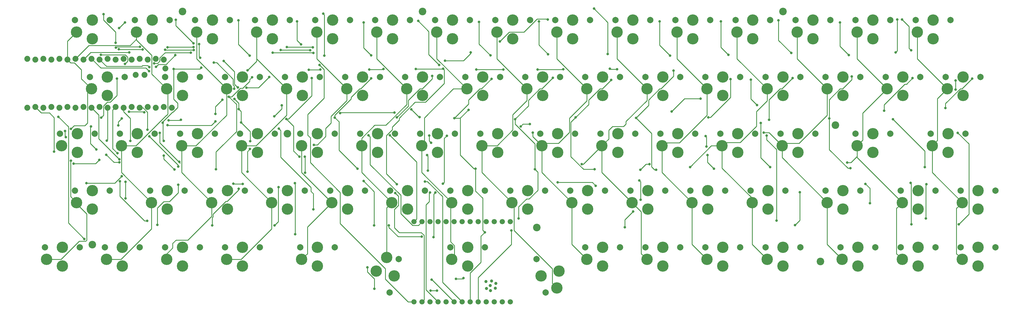
<source format=gtl>
G04 #@! TF.GenerationSoftware,KiCad,Pcbnew,(6.0.2-0)*
G04 #@! TF.CreationDate,2022-07-19T14:21:48+02:00*
G04 #@! TF.ProjectId,choc-keyboard,63686f63-2d6b-4657-9962-6f6172642e6b,rev?*
G04 #@! TF.SameCoordinates,Original*
G04 #@! TF.FileFunction,Copper,L1,Top*
G04 #@! TF.FilePolarity,Positive*
%FSLAX46Y46*%
G04 Gerber Fmt 4.6, Leading zero omitted, Abs format (unit mm)*
G04 Created by KiCad (PCBNEW (6.0.2-0)) date 2022-07-19 14:21:48*
%MOMM*%
%LPD*%
G01*
G04 APERTURE LIST*
G04 #@! TA.AperFunction,ComponentPad*
%ADD10C,2.400000*%
G04 #@! TD*
G04 #@! TA.AperFunction,WasherPad*
%ADD11C,2.000000*%
G04 #@! TD*
G04 #@! TA.AperFunction,ComponentPad*
%ADD12C,3.600000*%
G04 #@! TD*
G04 #@! TA.AperFunction,WasherPad*
%ADD13C,3.600000*%
G04 #@! TD*
G04 #@! TA.AperFunction,ComponentPad*
%ADD14C,1.879600*%
G04 #@! TD*
G04 #@! TA.AperFunction,ComponentPad*
%ADD15C,1.676400*%
G04 #@! TD*
G04 #@! TA.AperFunction,SMDPad,CuDef*
%ADD16C,1.000000*%
G04 #@! TD*
G04 #@! TA.AperFunction,ViaPad*
%ADD17C,0.800000*%
G04 #@! TD*
G04 #@! TA.AperFunction,Conductor*
%ADD18C,0.250000*%
G04 #@! TD*
G04 APERTURE END LIST*
D10*
X61750000Y-54000000D03*
X0Y-89100000D03*
X140600000Y-83700000D03*
X230375000Y-94500000D03*
X235125000Y-51300000D03*
X218500000Y-15299999D03*
X104500000Y-15299999D03*
X28500000Y-15299999D03*
D11*
X89500000Y-18000000D03*
D12*
X95000000Y-23900000D03*
D11*
X100500000Y-18000000D03*
D13*
X95000000Y-18000000D03*
D12*
X90000000Y-21800000D03*
D11*
X-5500000Y-18000000D03*
D12*
X0Y-23900000D03*
D11*
X5500000Y-18000000D03*
D13*
X0Y-18000000D03*
D12*
X-5000000Y-21800000D03*
D13*
X66500000Y-36000000D03*
D11*
X72000000Y-36000000D03*
D12*
X66500000Y-41900000D03*
D11*
X61000000Y-36000000D03*
D12*
X61500000Y-39800000D03*
D13*
X80750000Y-72000000D03*
D11*
X75250000Y-72000000D03*
X86250000Y-72000000D03*
D12*
X80750000Y-77900000D03*
X75750000Y-75800000D03*
D11*
X94076495Y-104312592D03*
D12*
X89801038Y-97472968D03*
D13*
X95500000Y-99000000D03*
D11*
X96923505Y-93687408D03*
D12*
X93123577Y-93186858D03*
D11*
X124250000Y-90000000D03*
D13*
X118750000Y-90000000D03*
D12*
X118750000Y-95900000D03*
D11*
X113250000Y-90000000D03*
D12*
X113750000Y-93800000D03*
X71250000Y-95900000D03*
D13*
X71250000Y-90000000D03*
D11*
X76750000Y-90000000D03*
X65750000Y-90000000D03*
D12*
X66250000Y-93800000D03*
D11*
X148000000Y-36000000D03*
D13*
X142500000Y-36000000D03*
D11*
X137000000Y-36000000D03*
D12*
X142500000Y-41900000D03*
X137500000Y-39800000D03*
D11*
X260500000Y-18000000D03*
D13*
X266000000Y-18000000D03*
D11*
X271500000Y-18000000D03*
D12*
X266000000Y-23900000D03*
X261000000Y-21800000D03*
D11*
X124250000Y-72000000D03*
D13*
X118750000Y-72000000D03*
D12*
X118750000Y-77900000D03*
D11*
X113250000Y-72000000D03*
D12*
X113750000Y-75800000D03*
D11*
X18250000Y-72000000D03*
D12*
X23750000Y-77900000D03*
D11*
X29250000Y-72000000D03*
D13*
X23750000Y-72000000D03*
D12*
X18750000Y-75800000D03*
X228000000Y-23900000D03*
D11*
X222500000Y-18000000D03*
D13*
X228000000Y-18000000D03*
D11*
X233500000Y-18000000D03*
D12*
X223000000Y-21800000D03*
D11*
X213000000Y-36000000D03*
D12*
X218500000Y-41900000D03*
D13*
X218500000Y-36000000D03*
D11*
X224000000Y-36000000D03*
D12*
X213500000Y-39800000D03*
X180500000Y-41900000D03*
D11*
X186000000Y-36000000D03*
D13*
X180500000Y-36000000D03*
D11*
X175000000Y-36000000D03*
D12*
X175500000Y-39800000D03*
X199500000Y-41900000D03*
D13*
X199500000Y-36000000D03*
D11*
X205000000Y-36000000D03*
X194000000Y-36000000D03*
D12*
X194500000Y-39800000D03*
D11*
X247750000Y-90000000D03*
D13*
X242250000Y-90000000D03*
D12*
X242250000Y-95900000D03*
D11*
X236750000Y-90000000D03*
D12*
X237250000Y-93800000D03*
D13*
X90250000Y-54000000D03*
D11*
X84750000Y-54000000D03*
D12*
X90250000Y-59900000D03*
D11*
X95750000Y-54000000D03*
D12*
X85250000Y-57800000D03*
X0Y-77900000D03*
D11*
X-5500000Y-72000000D03*
D13*
X0Y-72000000D03*
D11*
X5500000Y-72000000D03*
D12*
X-5000000Y-75800000D03*
D11*
X34000000Y-36000000D03*
X23000000Y-36000000D03*
D13*
X28500000Y-36000000D03*
D12*
X28500000Y-41900000D03*
X23500000Y-39800000D03*
D11*
X15000000Y-90000000D03*
D12*
X9500000Y-95900000D03*
D13*
X9500000Y-90000000D03*
D11*
X4000000Y-90000000D03*
D12*
X4500000Y-93800000D03*
X14250000Y-59900000D03*
D11*
X8750000Y-54000000D03*
X19750000Y-54000000D03*
D13*
X14250000Y-54000000D03*
D12*
X9250000Y-57800000D03*
D13*
X256500000Y-36000000D03*
D11*
X251000000Y-36000000D03*
X262000000Y-36000000D03*
D12*
X256500000Y-41900000D03*
X251500000Y-39800000D03*
X47500000Y-95900000D03*
D13*
X47500000Y-90000000D03*
D11*
X53000000Y-90000000D03*
X42000000Y-90000000D03*
D12*
X42500000Y-93800000D03*
D11*
X57750000Y-54000000D03*
X46750000Y-54000000D03*
D13*
X52250000Y-54000000D03*
D12*
X52250000Y-59900000D03*
X47250000Y-57800000D03*
D13*
X47500000Y-36000000D03*
D11*
X53000000Y-36000000D03*
X42000000Y-36000000D03*
D12*
X47500000Y-41900000D03*
X42500000Y-39800000D03*
D11*
X252500000Y-54000000D03*
D12*
X247000000Y-59900000D03*
D13*
X247000000Y-54000000D03*
D11*
X241500000Y-54000000D03*
D12*
X242000000Y-57800000D03*
D11*
X108500000Y-18000000D03*
X119500000Y-18000000D03*
D13*
X114000000Y-18000000D03*
D12*
X114000000Y-23900000D03*
X109000000Y-21800000D03*
D13*
X-4750000Y-54000000D03*
D11*
X-10250000Y-54000000D03*
X750000Y-54000000D03*
D12*
X-4750000Y-59900000D03*
X-9750000Y-57800000D03*
D13*
X161500000Y-90000000D03*
D11*
X167000000Y-90000000D03*
D12*
X161500000Y-95900000D03*
D11*
X156000000Y-90000000D03*
D12*
X156500000Y-93800000D03*
D13*
X213750000Y-72000000D03*
D11*
X208250000Y-72000000D03*
X219250000Y-72000000D03*
D12*
X213750000Y-77900000D03*
X208750000Y-75800000D03*
D11*
X265250000Y-54000000D03*
D12*
X270750000Y-59900000D03*
D11*
X276250000Y-54000000D03*
D13*
X270750000Y-54000000D03*
D12*
X265750000Y-57800000D03*
X194750000Y-77900000D03*
D11*
X200250000Y-72000000D03*
X189250000Y-72000000D03*
D13*
X194750000Y-72000000D03*
D12*
X189750000Y-75800000D03*
D11*
X143250000Y-72000000D03*
D12*
X137750000Y-77900000D03*
D11*
X132250000Y-72000000D03*
D13*
X137750000Y-72000000D03*
D12*
X132750000Y-75800000D03*
D14*
X13700000Y-35400000D03*
X-20560000Y-45747000D03*
X-18020000Y-45493000D03*
X-15480000Y-45747000D03*
X-12940000Y-45493000D03*
X-10400000Y-45747000D03*
X-7860000Y-45493000D03*
X-5320000Y-45747000D03*
X-2780000Y-45493000D03*
X-240000Y-45747000D03*
X2300000Y-45493000D03*
X4840000Y-45747000D03*
X7380000Y-45493000D03*
X9920000Y-45747000D03*
X12460000Y-45493000D03*
X15000000Y-45747000D03*
X17540000Y-45493000D03*
X20080000Y-45747000D03*
X22620000Y-45493000D03*
X25160000Y-45747000D03*
X23100000Y-33300000D03*
X22620000Y-30507000D03*
X20080000Y-30253000D03*
X17540000Y-30507000D03*
X15000000Y-30253000D03*
X12460000Y-30507000D03*
X9920000Y-30253000D03*
X7380000Y-30507000D03*
X4840000Y-30253000D03*
X2300000Y-30507000D03*
X-240000Y-30253000D03*
X-2780000Y-30507000D03*
X-5320000Y-30253000D03*
X-7860000Y-30507000D03*
X-10400000Y-30253000D03*
X-12940000Y-30507000D03*
X-15480000Y-30253000D03*
X-18020000Y-30507000D03*
X-20560000Y-30253000D03*
X16500000Y-35400000D03*
D12*
X147698962Y-97472968D03*
D13*
X142000000Y-99000000D03*
D11*
X143423505Y-104312592D03*
X140576495Y-93687408D03*
D12*
X146964613Y-102846117D03*
X261250000Y-77900000D03*
D13*
X261250000Y-72000000D03*
D11*
X266750000Y-72000000D03*
X255750000Y-72000000D03*
D12*
X256250000Y-75800000D03*
D11*
X186000000Y-90000000D03*
X175000000Y-90000000D03*
D13*
X180500000Y-90000000D03*
D12*
X180500000Y-95900000D03*
X175500000Y-93800000D03*
X204250000Y-59900000D03*
D13*
X204250000Y-54000000D03*
D11*
X198750000Y-54000000D03*
X209750000Y-54000000D03*
D12*
X199250000Y-57800000D03*
D13*
X223250000Y-54000000D03*
D11*
X217750000Y-54000000D03*
X228750000Y-54000000D03*
D12*
X223250000Y-59900000D03*
X218250000Y-57800000D03*
X57000000Y-23900000D03*
D11*
X62500000Y-18000000D03*
X51500000Y-18000000D03*
D13*
X57000000Y-18000000D03*
D12*
X52000000Y-21800000D03*
D11*
X129000000Y-36000000D03*
X118000000Y-36000000D03*
D12*
X123500000Y-41900000D03*
D13*
X123500000Y-36000000D03*
D12*
X118500000Y-39800000D03*
D13*
X33250000Y-54000000D03*
D11*
X27750000Y-54000000D03*
D12*
X33250000Y-59900000D03*
D11*
X38750000Y-54000000D03*
D12*
X28250000Y-57800000D03*
D13*
X99750000Y-72000000D03*
D11*
X105250000Y-72000000D03*
X94250000Y-72000000D03*
D12*
X99750000Y-77900000D03*
X94750000Y-75800000D03*
D11*
X133750000Y-54000000D03*
D13*
X128250000Y-54000000D03*
D12*
X128250000Y-59900000D03*
D11*
X122750000Y-54000000D03*
D12*
X123250000Y-57800000D03*
D13*
X19000000Y-18000000D03*
D11*
X13500000Y-18000000D03*
X24500000Y-18000000D03*
D12*
X19000000Y-23900000D03*
X14000000Y-21800000D03*
X166250000Y-59900000D03*
D11*
X171750000Y-54000000D03*
D13*
X166250000Y-54000000D03*
D11*
X160750000Y-54000000D03*
D12*
X161250000Y-57800000D03*
X147250000Y-59900000D03*
D11*
X141750000Y-54000000D03*
D13*
X147250000Y-54000000D03*
D11*
X152750000Y-54000000D03*
D12*
X142250000Y-57800000D03*
X28500000Y-95900000D03*
D13*
X28500000Y-90000000D03*
D11*
X23000000Y-90000000D03*
X34000000Y-90000000D03*
D12*
X23500000Y-93800000D03*
D13*
X199500000Y-90000000D03*
D11*
X205000000Y-90000000D03*
D12*
X199500000Y-95900000D03*
D11*
X194000000Y-90000000D03*
D12*
X194500000Y-93800000D03*
X76000000Y-23900000D03*
D11*
X70500000Y-18000000D03*
X81500000Y-18000000D03*
D13*
X76000000Y-18000000D03*
D12*
X71000000Y-21800000D03*
D13*
X209000000Y-18000000D03*
D11*
X203500000Y-18000000D03*
D12*
X209000000Y-23900000D03*
D11*
X214500000Y-18000000D03*
D12*
X204000000Y-21800000D03*
X4750000Y-41900000D03*
D11*
X-750000Y-36000000D03*
X10250000Y-36000000D03*
D13*
X4750000Y-36000000D03*
D12*
X-250000Y-39800000D03*
D13*
X42750000Y-72000000D03*
D11*
X48250000Y-72000000D03*
D12*
X42750000Y-77900000D03*
D11*
X37250000Y-72000000D03*
D12*
X37750000Y-75800000D03*
D13*
X85500000Y-36000000D03*
D11*
X80000000Y-36000000D03*
D12*
X85500000Y-41900000D03*
D11*
X91000000Y-36000000D03*
D12*
X80500000Y-39800000D03*
D11*
X157500000Y-18000000D03*
D13*
X152000000Y-18000000D03*
D12*
X152000000Y-23900000D03*
D11*
X146500000Y-18000000D03*
D12*
X147000000Y-21800000D03*
D11*
X184500000Y-18000000D03*
D13*
X190000000Y-18000000D03*
D12*
X190000000Y-23900000D03*
D11*
X195500000Y-18000000D03*
D12*
X185000000Y-21800000D03*
D11*
X167000000Y-36000000D03*
D13*
X161500000Y-36000000D03*
D12*
X161500000Y-41900000D03*
D11*
X156000000Y-36000000D03*
D12*
X156500000Y-39800000D03*
D13*
X185250000Y-54000000D03*
D11*
X190750000Y-54000000D03*
X179750000Y-54000000D03*
D12*
X185250000Y-59900000D03*
X180250000Y-57800000D03*
D11*
X252500000Y-18000000D03*
X241500000Y-18000000D03*
D12*
X247000000Y-23900000D03*
D13*
X247000000Y-18000000D03*
D12*
X242000000Y-21800000D03*
D11*
X274750000Y-72000000D03*
D12*
X280250000Y-77900000D03*
D11*
X285750000Y-72000000D03*
D13*
X280250000Y-72000000D03*
D12*
X275250000Y-75800000D03*
D11*
X213000000Y-90000000D03*
X224000000Y-90000000D03*
D13*
X218500000Y-90000000D03*
D12*
X218500000Y-95900000D03*
X213500000Y-93800000D03*
X237500000Y-77900000D03*
D13*
X237500000Y-72000000D03*
D11*
X243000000Y-72000000D03*
X232000000Y-72000000D03*
D12*
X232500000Y-75800000D03*
D13*
X-9500000Y-90000000D03*
D11*
X-4000000Y-90000000D03*
X-15000000Y-90000000D03*
D12*
X-9500000Y-95900000D03*
X-14500000Y-93800000D03*
D11*
X274750000Y-90000000D03*
D13*
X280250000Y-90000000D03*
D12*
X280250000Y-95900000D03*
D11*
X285750000Y-90000000D03*
D12*
X275250000Y-93800000D03*
D13*
X71250000Y-54000000D03*
D12*
X71250000Y-59900000D03*
D11*
X76750000Y-54000000D03*
X65750000Y-54000000D03*
D12*
X66250000Y-57800000D03*
D13*
X171000000Y-18000000D03*
D12*
X171000000Y-23900000D03*
D11*
X165500000Y-18000000D03*
X176500000Y-18000000D03*
D12*
X166000000Y-21800000D03*
X104500000Y-41900000D03*
D11*
X99000000Y-36000000D03*
X110000000Y-36000000D03*
D13*
X104500000Y-36000000D03*
D12*
X99500000Y-39800000D03*
X237500000Y-41900000D03*
D13*
X237500000Y-36000000D03*
D11*
X232000000Y-36000000D03*
X243000000Y-36000000D03*
D12*
X232500000Y-39800000D03*
D11*
X138500000Y-18000000D03*
X127500000Y-18000000D03*
D13*
X133000000Y-18000000D03*
D12*
X133000000Y-23900000D03*
X128000000Y-21800000D03*
D11*
X67250000Y-72000000D03*
D12*
X61750000Y-77900000D03*
D11*
X56250000Y-72000000D03*
D13*
X61750000Y-72000000D03*
D12*
X56750000Y-75800000D03*
D11*
X170250000Y-72000000D03*
X181250000Y-72000000D03*
D12*
X175750000Y-77900000D03*
D13*
X175750000Y-72000000D03*
D12*
X170750000Y-75800000D03*
D11*
X281000000Y-36000000D03*
D12*
X275500000Y-41900000D03*
D13*
X275500000Y-36000000D03*
D11*
X270000000Y-36000000D03*
D12*
X270500000Y-39800000D03*
D13*
X109250000Y-54000000D03*
D11*
X103750000Y-54000000D03*
X114750000Y-54000000D03*
D12*
X109250000Y-59900000D03*
X104250000Y-57800000D03*
X261250000Y-95900000D03*
D11*
X255750000Y-90000000D03*
D13*
X261250000Y-90000000D03*
D11*
X266750000Y-90000000D03*
D12*
X256250000Y-93800000D03*
X156750000Y-77900000D03*
D11*
X151250000Y-72000000D03*
X162250000Y-72000000D03*
D13*
X156750000Y-72000000D03*
D12*
X151750000Y-75800000D03*
D15*
X101810000Y-107270000D03*
X104350000Y-107270000D03*
X106890000Y-107270000D03*
X109430000Y-107270000D03*
X111970000Y-107270000D03*
X114510000Y-107270000D03*
X117050000Y-107270000D03*
X119590000Y-107270000D03*
X122130000Y-107270000D03*
X124670000Y-107270000D03*
X127210000Y-107270000D03*
X129750000Y-107270000D03*
X132290000Y-107270000D03*
X101810000Y-81870000D03*
X104350000Y-81870000D03*
X106890000Y-81870000D03*
X109430000Y-81870000D03*
X111970000Y-81870000D03*
X114510000Y-81870000D03*
X117050000Y-81870000D03*
X119590000Y-81870000D03*
X122130000Y-81870000D03*
X124670000Y-81870000D03*
X127210000Y-81870000D03*
X129750000Y-81870000D03*
X132290000Y-81870000D03*
D16*
X127660000Y-101440000D03*
X127500000Y-102900000D03*
X124700000Y-103000000D03*
X126320000Y-100650000D03*
X125930000Y-102060000D03*
X124570000Y-100810000D03*
X125980000Y-103660000D03*
D13*
X38000000Y-18000000D03*
D12*
X38000000Y-23900000D03*
D11*
X43500000Y-18000000D03*
X32500000Y-18000000D03*
D12*
X33000000Y-21800000D03*
D17*
X-6770000Y-62500000D03*
X-6761855Y-52474500D03*
X172070000Y-48990000D03*
X87660000Y-33640000D03*
X72160000Y-33680000D03*
X163750000Y-33450000D03*
X22650000Y-60930000D03*
X121490000Y-33660000D03*
X96330000Y-69970000D03*
X140910000Y-33710000D03*
X25720000Y-33540000D03*
X111030000Y-33410000D03*
X20600000Y-82880000D03*
X179460000Y-18470000D03*
X48748442Y-39446157D03*
X130030000Y-33660000D03*
X7410000Y-25240000D03*
X55990000Y-36040000D03*
X102390000Y-33460000D03*
X95870000Y-72790000D03*
X22650000Y-56290000D03*
X182770000Y-29270000D03*
X166000000Y-33620000D03*
X46036246Y-39334643D03*
X27180000Y-70140000D03*
X34500000Y-33050000D03*
X183910000Y-33970000D03*
X178400000Y-65450000D03*
X22301155Y-50555500D03*
X68460000Y-33730000D03*
X3590000Y-16150000D03*
X25960000Y-65310000D03*
X41580000Y-30950000D03*
X92120000Y-33520000D03*
X149040000Y-33610000D03*
X1250000Y-58950000D03*
X152930000Y-48830000D03*
X73050000Y-16010000D03*
X163060000Y-28760000D03*
X2700000Y-28974500D03*
X73450000Y-29280000D03*
X158730173Y-14400020D03*
X71887701Y-32212299D03*
X10350000Y-18790000D03*
X7760000Y-36520000D03*
X8510000Y-20570000D03*
X164190000Y-36960989D03*
X-380000Y-51670000D03*
X158910000Y-65270000D03*
X2800000Y-48900000D03*
X10300000Y-31930000D03*
X-8380000Y-55050000D03*
X-8640000Y-53110000D03*
X27990000Y-49580000D03*
X196710000Y-65110000D03*
X201900000Y-36690000D03*
X138410000Y-50950000D03*
X108520000Y-72630000D03*
X33750000Y-25650000D03*
X57590000Y-48490000D03*
X194030000Y-54780000D03*
X37940000Y-83004011D03*
X34110000Y-29930000D03*
X46324500Y-46206578D03*
X112190000Y-54650000D03*
X201230000Y-29010000D03*
X24120000Y-49760000D03*
X49974800Y-56399989D03*
X38450000Y-31505500D03*
X198880000Y-18410000D03*
X100920000Y-46260000D03*
X49080000Y-65990000D03*
X46290000Y-71410000D03*
X32020000Y-25400000D03*
X59980000Y-45022500D03*
X44980000Y-43000000D03*
X26410000Y-17960000D03*
X194300500Y-58040000D03*
X135530000Y-51680000D03*
X49900000Y-58810000D03*
X110950000Y-69860000D03*
X107950000Y-86760000D03*
X9300000Y-49200000D03*
X47040000Y-50400000D03*
X11570000Y-47030000D03*
X103540000Y-48760000D03*
X194872893Y-48831705D03*
X8200000Y-51400000D03*
X194610000Y-60760000D03*
X16460000Y-47220000D03*
X44915945Y-39790514D03*
X2170000Y-62250000D03*
X-5920000Y-63430000D03*
X-12080000Y-59649500D03*
X221550000Y-36400000D03*
X43224500Y-42290000D03*
X221130000Y-28450000D03*
X44660000Y-69830000D03*
X58970000Y-70880000D03*
X214140000Y-49560000D03*
X47610000Y-69930000D03*
X-1840000Y-69650000D03*
X50510000Y-36120000D03*
X46230000Y-18130000D03*
X214430000Y-64530000D03*
X9290000Y-67450000D03*
X106820000Y-72630000D03*
X41130000Y-43260000D03*
X49770000Y-29230000D03*
X147280000Y-69430000D03*
X211470000Y-50610000D03*
X159290000Y-70480000D03*
X38940000Y-47690000D03*
X217100000Y-18100000D03*
X57700000Y-83004011D03*
X39150000Y-65210000D03*
X89280000Y-103130000D03*
X-2520000Y-87310000D03*
X115080000Y-99980000D03*
X109080000Y-103650000D03*
X-10710000Y-48640000D03*
X117450000Y-99750000D03*
X87070000Y-96320000D03*
X107050000Y-103710000D03*
X236570000Y-18730000D03*
X67340000Y-66350000D03*
X64070000Y-69650000D03*
X240270000Y-35890000D03*
X69460000Y-36350000D03*
X64800000Y-18390000D03*
X67210000Y-61300011D03*
X246010000Y-75970000D03*
X65500000Y-61300011D03*
X239830000Y-64950000D03*
X66020000Y-25670000D03*
X61380000Y-49310000D03*
X233170000Y-49160000D03*
X239320000Y-29070000D03*
X244630000Y-69870000D03*
X64160000Y-85860000D03*
X11690000Y-28250000D03*
X17920000Y-34140000D03*
X49140000Y-33930000D03*
X20120000Y-32860000D03*
X26290000Y-29130000D03*
X70080000Y-57540000D03*
X18005401Y-32896278D03*
X76750000Y-48870000D03*
X88210000Y-36500000D03*
X250560000Y-46710000D03*
X263370000Y-64550000D03*
X263720000Y-80840000D03*
X89170000Y-83004011D03*
X263920000Y-70010000D03*
X104270000Y-86600000D03*
X259510000Y-36420000D03*
X259090000Y-27610000D03*
X107328211Y-100205853D03*
X83940000Y-65100000D03*
X253320000Y-49450000D03*
X128950000Y-24750000D03*
X93848077Y-83004011D03*
X144130000Y-17820000D03*
X85820000Y-69000000D03*
X85840000Y-18730000D03*
X88250000Y-29200000D03*
X256240000Y-17820000D03*
X69810000Y-26640000D03*
X23820000Y-26630000D03*
X7470000Y-26749011D03*
X32020000Y-26530000D03*
X15109909Y-26480091D03*
X61560000Y-26590000D03*
X106180000Y-65640000D03*
X213370000Y-54540000D03*
X103130000Y-18280000D03*
X105210000Y-69130000D03*
X216470000Y-81530000D03*
X210300000Y-44900000D03*
X119748921Y-28225500D03*
X106570000Y-54600000D03*
X273100000Y-40000000D03*
X254670000Y-17860000D03*
X96392299Y-48852299D03*
X107172736Y-56867335D03*
X273160000Y-37180000D03*
X107540000Y-35720000D03*
X111620000Y-30880000D03*
X208340000Y-36880000D03*
X109750000Y-32240000D03*
X105910000Y-60770000D03*
X254210000Y-28210000D03*
X15919909Y-27354500D03*
X23010000Y-27430000D03*
X32130000Y-27530000D03*
X59610000Y-27530000D03*
X68930000Y-27580000D03*
X8419997Y-27274595D03*
X122360000Y-18610000D03*
X269950000Y-45900000D03*
X124170000Y-85200000D03*
X273840000Y-53710000D03*
X121280000Y-65070000D03*
X278390000Y-36517409D03*
X119020000Y-46430000D03*
X114587299Y-49047299D03*
X125980000Y-29210000D03*
X183290000Y-46960000D03*
X274149979Y-82670000D03*
X126290000Y-36590000D03*
X192420000Y-42890000D03*
X31130000Y-28300000D03*
X69970000Y-28400000D03*
X19540189Y-31710000D03*
X57030000Y-28350000D03*
X144230000Y-28860000D03*
X141270000Y-18410000D03*
X258920000Y-69590000D03*
X171150000Y-78590000D03*
X133774500Y-49430000D03*
X223860000Y-72490000D03*
X173050000Y-68765500D03*
X176250000Y-63644500D03*
X140030000Y-65270000D03*
X132610000Y-84650000D03*
X134900572Y-80855876D03*
X222350000Y-82930000D03*
X173450000Y-74910000D03*
X259190000Y-82720000D03*
X145740000Y-36310000D03*
X168460000Y-83640000D03*
X173360000Y-65450000D03*
X23810000Y-51280000D03*
X38970000Y-50070000D03*
X95610000Y-47310000D03*
X139350000Y-53640000D03*
X78407568Y-47490229D03*
X4577469Y-56172418D03*
X8525500Y-63079503D03*
X4430000Y-60660000D03*
X154820000Y-63644500D03*
X17320000Y-81550000D03*
X8712299Y-69052299D03*
X7940000Y-60190000D03*
X18047299Y-54797299D03*
X189140000Y-64530000D03*
X17469610Y-52689609D03*
X27200000Y-64369000D03*
X212430000Y-53650000D03*
X21380000Y-53720000D03*
X238810000Y-63140000D03*
X27525500Y-62920000D03*
X8525500Y-62080000D03*
X94175152Y-54485152D03*
X87370000Y-54470000D03*
X10480000Y-74450000D03*
X10540000Y-69190000D03*
X12010000Y-56240000D03*
X69910000Y-77920000D03*
X58980000Y-52350000D03*
D18*
X-4154511Y-88034511D02*
X-3524511Y-88034511D01*
X-3440000Y-33750000D02*
X-3440000Y-36610000D01*
X-6761855Y-52474500D02*
X-6761855Y-52431855D01*
X-6761855Y-52431855D02*
X-5780000Y-51450000D01*
X-1795489Y-87755489D02*
X-1795489Y-79414511D01*
X-3440000Y-36610000D02*
X-250000Y-39800000D01*
X-6874511Y-73925489D02*
X-6874511Y-62604511D01*
X-5000000Y-75800000D02*
X-6874511Y-73925489D01*
X-1504311Y-41054311D02*
X-1504311Y-50595689D01*
X-250000Y-39800000D02*
X-1504311Y-41054311D01*
X-5000000Y-76210000D02*
X-5000000Y-75800000D01*
X-2074511Y-88034511D02*
X-1795489Y-87755489D01*
X-1795489Y-79414511D02*
X-5000000Y-76210000D01*
X-5780000Y-51450000D02*
X-2358622Y-51450000D01*
X-2358622Y-51450000D02*
X-1504311Y-50595689D01*
X-7860000Y-30507000D02*
X-7860000Y-24660000D01*
X-7860000Y-24660000D02*
X-5000000Y-21800000D01*
X-6874511Y-62604511D02*
X-6770000Y-62500000D01*
X-5672689Y-31517311D02*
X-3440000Y-33750000D01*
X-3524511Y-88034511D02*
X-2074511Y-88034511D01*
X-7860000Y-30507000D02*
X-6849689Y-31517311D01*
X-9920000Y-93800000D02*
X-4154511Y-88034511D01*
X-14500000Y-93800000D02*
X-9920000Y-93800000D01*
X-6849689Y-31517311D02*
X-5672689Y-31517311D01*
X172070000Y-48990000D02*
X176974511Y-53894511D01*
X94874990Y-51880714D02*
X97104511Y-49651193D01*
X45753734Y-39096266D02*
X45854280Y-39196812D01*
X111357141Y-33737141D02*
X111030000Y-33410000D01*
X183910000Y-33970000D02*
X183910000Y-35760000D01*
X52583843Y-39446157D02*
X48748442Y-39446157D01*
X95630002Y-83790002D02*
X95630002Y-77924511D01*
X179534511Y-39775489D02*
X176030000Y-43280000D01*
X92000000Y-33640000D02*
X92120000Y-33520000D01*
X3590000Y-16150000D02*
X3590000Y-17981378D01*
X104078002Y-85281020D02*
X97121020Y-85281020D01*
X45000000Y-38342532D02*
X45753734Y-39096266D01*
X140910000Y-33710000D02*
X148940000Y-33710000D01*
X72110000Y-33730000D02*
X72160000Y-33680000D01*
X96330000Y-69970000D02*
X93015489Y-66655489D01*
X22650000Y-62000000D02*
X25960000Y-65310000D01*
X87660000Y-33640000D02*
X92000000Y-33640000D01*
X25720000Y-43090000D02*
X26990000Y-44360000D01*
X104350000Y-107270000D02*
X104994511Y-106625489D01*
X93015489Y-66655489D02*
X93015489Y-54620215D01*
X3575689Y-17995689D02*
X7410000Y-21830000D01*
X22650000Y-56290000D02*
X22340000Y-55980000D01*
X22340000Y-55980000D02*
X22340000Y-50594345D01*
X176974511Y-53894511D02*
X176974511Y-64494511D01*
X102390000Y-33460000D02*
X110980000Y-33460000D01*
X96874511Y-76680002D02*
X96874511Y-73794511D01*
X25720000Y-33540000D02*
X34010000Y-33540000D01*
X34010000Y-33540000D02*
X34500000Y-33050000D01*
X166000000Y-33620000D02*
X163920000Y-33620000D01*
X102130875Y-44024511D02*
X105380002Y-44024511D01*
X176974511Y-64494511D02*
X177930000Y-65450000D01*
X45797869Y-39096266D02*
X46036246Y-39334643D01*
X104994511Y-86197529D02*
X104078002Y-85281020D01*
X96874511Y-73794511D02*
X95870000Y-72790000D01*
X25430000Y-47140000D02*
X22301155Y-50268845D01*
X24350000Y-75490000D02*
X22650000Y-75490000D01*
X22301155Y-50268845D02*
X22301155Y-50555500D01*
X27180000Y-70140000D02*
X27180000Y-72660000D01*
X177930000Y-65450000D02*
X178400000Y-65450000D01*
X22650000Y-60930000D02*
X22650000Y-62000000D01*
X105380002Y-44024511D02*
X111357141Y-38047372D01*
X94874990Y-52760714D02*
X94874990Y-51880714D01*
X183910000Y-35760000D02*
X179894511Y-39775489D01*
X97104511Y-49050875D02*
X102130875Y-44024511D01*
X27180000Y-72660000D02*
X24350000Y-75490000D01*
X163920000Y-33620000D02*
X163750000Y-33450000D01*
X26990000Y-45705007D02*
X25555007Y-47140000D01*
X179460000Y-25960000D02*
X182770000Y-29270000D01*
X104994511Y-106625489D02*
X104994511Y-86197529D01*
X110980000Y-33460000D02*
X111030000Y-33410000D01*
X20600000Y-77540000D02*
X20600000Y-82880000D01*
X97121020Y-85281020D02*
X95630002Y-83790002D01*
X121490000Y-33660000D02*
X130030000Y-33660000D01*
X176030000Y-45030000D02*
X172070000Y-48990000D01*
X55990000Y-36040000D02*
X52583843Y-39446157D01*
X68460000Y-33730000D02*
X72110000Y-33730000D01*
X179894511Y-39775489D02*
X179534511Y-39775489D01*
X45753734Y-39096266D02*
X45797869Y-39096266D01*
X25555007Y-47140000D02*
X25430000Y-47140000D01*
X26990000Y-44360000D02*
X26990000Y-45705007D01*
X148940000Y-33710000D02*
X149040000Y-33610000D01*
X25720000Y-33540000D02*
X25720000Y-43090000D01*
X22650000Y-75490000D02*
X20600000Y-77540000D01*
X45000000Y-34370000D02*
X45000000Y-38342532D01*
X93015489Y-54620215D02*
X94874990Y-52760714D01*
X111357141Y-38047372D02*
X111357141Y-33737141D01*
X95630002Y-77924511D02*
X96874511Y-76680002D01*
X176030000Y-43280000D02*
X176030000Y-45030000D01*
X97104511Y-49651193D02*
X97104511Y-49050875D01*
X179460000Y-18470000D02*
X179460000Y-25960000D01*
X3590000Y-17981378D02*
X3575689Y-17995689D01*
X41580000Y-30950000D02*
X45000000Y-34370000D01*
X22340000Y-50594345D02*
X22301155Y-50555500D01*
X7410000Y-21830000D02*
X7410000Y-25240000D01*
X11195689Y-29740682D02*
X10429507Y-28974500D01*
X4774482Y-44024511D02*
X5645489Y-44024511D01*
X163060000Y-28760000D02*
X163060000Y-18729847D01*
X68194809Y-47875191D02*
X73324521Y-42745479D01*
X73450000Y-29280000D02*
X73450000Y-16410000D01*
X-574521Y-57125479D02*
X-574521Y-51864521D01*
X157040000Y-44720000D02*
X152930000Y-48830000D01*
X151425479Y-50334521D02*
X151425479Y-61274593D01*
X10300000Y-31930000D02*
X11195689Y-31034311D01*
X92710000Y-96720000D02*
X78400000Y-82410000D01*
X7760000Y-41910000D02*
X7760000Y-36520000D01*
X3575689Y-45223304D02*
X3575689Y-48124311D01*
X161375500Y-39775489D02*
X160619998Y-39775489D01*
X68990369Y-63174186D02*
X68990369Y-55300369D01*
X8510000Y-20570000D02*
X10290000Y-18790000D01*
X-574521Y-51864521D02*
X-380000Y-51670000D01*
X101810000Y-107270000D02*
X99930000Y-107270000D01*
X73450000Y-16410000D02*
X73050000Y-16010000D01*
X3575689Y-45223304D02*
X4774482Y-44024511D01*
X151425479Y-61274593D02*
X155420886Y-65270000D01*
X73324521Y-42745479D02*
X73324521Y-33649119D01*
X164190000Y-36960989D02*
X161375500Y-39775489D01*
X155420886Y-65270000D02*
X158910000Y-65270000D01*
X3575689Y-48124311D02*
X2800000Y-48900000D01*
X5645489Y-44024511D02*
X7760000Y-41910000D01*
X68990369Y-55300369D02*
X68194809Y-54504809D01*
X11195689Y-31034311D02*
X11195689Y-29740682D01*
X78400000Y-72583817D02*
X68990369Y-63174186D01*
X157040000Y-43355487D02*
X157040000Y-44720000D01*
X10429507Y-28974500D02*
X2700000Y-28974500D01*
X78400000Y-82410000D02*
X78400000Y-72583817D01*
X160619998Y-39775489D02*
X157040000Y-43355487D01*
X10290000Y-18790000D02*
X10350000Y-18790000D01*
X1250000Y-58950000D02*
X-574521Y-57125479D01*
X92710000Y-100050000D02*
X92710000Y-96720000D01*
X73324521Y-33649119D02*
X71887701Y-32212299D01*
X99930000Y-107270000D02*
X92710000Y-100050000D01*
X68194809Y-54504809D02*
X68194809Y-47875191D01*
X152930000Y-48830000D02*
X151425479Y-50334521D01*
X163060000Y-18729847D02*
X158730173Y-14400020D01*
X-8640000Y-53110000D02*
X-8640000Y-54790000D01*
X-8640000Y-54790000D02*
X-8380000Y-55050000D01*
X49974800Y-53334800D02*
X49974800Y-56399989D01*
X44980000Y-43000000D02*
X46324500Y-44344500D01*
X194610000Y-60760000D02*
X194610000Y-63010000D01*
X59980000Y-46100000D02*
X57590000Y-48490000D01*
X38199510Y-79445977D02*
X38199510Y-80356194D01*
X33750000Y-29570000D02*
X34110000Y-29930000D01*
X38450000Y-31505500D02*
X39378657Y-31505500D01*
X135530000Y-51680000D02*
X136260000Y-50950000D01*
X37940000Y-80615704D02*
X37940000Y-83004011D01*
X201900000Y-42504513D02*
X195572808Y-48831705D01*
X136260000Y-50950000D02*
X138410000Y-50950000D01*
X103420000Y-48760000D02*
X103540000Y-48760000D01*
X38199510Y-80356194D02*
X37940000Y-80615704D01*
X26410000Y-17960000D02*
X26410000Y-19790000D01*
X39378657Y-31505500D02*
X44550489Y-36677332D01*
X198880000Y-18410000D02*
X198880000Y-26660000D01*
X33750000Y-25650000D02*
X33750000Y-29570000D01*
X47040000Y-50400000D02*
X49974800Y-53334800D01*
X201900000Y-36690000D02*
X201900000Y-42504513D01*
X100920000Y-46260000D02*
X103420000Y-48760000D01*
X44915945Y-38894181D02*
X44915945Y-39790514D01*
X195572808Y-48831705D02*
X194872893Y-48831705D01*
X111374511Y-55465489D02*
X112190000Y-54650000D01*
X108052711Y-86657289D02*
X108052711Y-73097289D01*
X8200000Y-51400000D02*
X8200000Y-50300000D01*
X46290000Y-71760000D02*
X42635000Y-75415000D01*
X111374511Y-69435489D02*
X111374511Y-55465489D01*
X24120000Y-49760000D02*
X27810000Y-49760000D01*
X194610000Y-63010000D02*
X196710000Y-65110000D01*
X198880000Y-26660000D02*
X201230000Y-29010000D01*
X11570000Y-47030000D02*
X16270000Y-47030000D01*
X42230487Y-75415000D02*
X38199510Y-79445977D01*
X110950000Y-69860000D02*
X111374511Y-69435489D01*
X16270000Y-47030000D02*
X16460000Y-47220000D01*
X194300500Y-55050500D02*
X194300500Y-58040000D01*
X8200000Y-50300000D02*
X9300000Y-49200000D01*
X44550490Y-38528726D02*
X44915945Y-38894181D01*
X46324500Y-44344500D02*
X46324500Y-46206578D01*
X26410000Y-19790000D02*
X32020000Y-25400000D01*
X47040000Y-46922078D02*
X46324500Y-46206578D01*
X59980000Y-45022500D02*
X59980000Y-46100000D01*
X107950000Y-86760000D02*
X108052711Y-86657289D01*
X46290000Y-71410000D02*
X46290000Y-71760000D01*
X49080000Y-59630000D02*
X49900000Y-58810000D01*
X194030000Y-54780000D02*
X194300500Y-55050500D01*
X27810000Y-49760000D02*
X27990000Y-49580000D01*
X49080000Y-65990000D02*
X49080000Y-59630000D01*
X108052711Y-73097289D02*
X108520000Y-72630000D01*
X44550489Y-36677332D02*
X44550490Y-38528726D01*
X47040000Y-50400000D02*
X47040000Y-46922078D01*
X42635000Y-75415000D02*
X42230487Y-75415000D01*
X-16133000Y-47380000D02*
X-18020000Y-45493000D01*
X-12080000Y-48870000D02*
X-13570000Y-47380000D01*
X-12080000Y-59649500D02*
X-12080000Y-48870000D01*
X-13570000Y-47380000D02*
X-16133000Y-47380000D01*
X990000Y-63430000D02*
X-5920000Y-63430000D01*
X2170000Y-62250000D02*
X990000Y-63430000D01*
X106820000Y-72440000D02*
X106820000Y-72630000D01*
X38940000Y-45450000D02*
X41130000Y-43260000D01*
X-1840000Y-69650000D02*
X7090000Y-69650000D01*
X40920000Y-57956843D02*
X39150000Y-59726843D01*
X44105487Y-42290000D02*
X46197744Y-40197744D01*
X217100000Y-24420000D02*
X221130000Y-28450000D01*
X40920000Y-57956843D02*
X45600000Y-53276843D01*
X47560000Y-39610000D02*
X46785487Y-39610000D01*
X45600000Y-53276843D02*
X45600000Y-44665500D01*
X49790000Y-37380000D02*
X47560000Y-39610000D01*
X211470000Y-61570000D02*
X211470000Y-50610000D01*
X218174511Y-39775489D02*
X217619998Y-39775489D01*
X49790000Y-36840000D02*
X49790000Y-37380000D01*
X43224500Y-42290000D02*
X44105487Y-42290000D01*
X46230000Y-25690000D02*
X49770000Y-29230000D01*
X58970000Y-70880000D02*
X58874511Y-70975489D01*
X109430000Y-107270000D02*
X105560000Y-103400000D01*
X47610000Y-69930000D02*
X44760000Y-69930000D01*
X50510000Y-36120000D02*
X49790000Y-36840000D01*
X45600000Y-44665500D02*
X43224500Y-42290000D01*
X39150000Y-59726843D02*
X39150000Y-65210000D01*
X105560000Y-76469042D02*
X106574521Y-75454521D01*
X159290000Y-70480000D02*
X158240000Y-69430000D01*
X38940000Y-47690000D02*
X38940000Y-45450000D01*
X105560000Y-103400000D02*
X105560000Y-76469042D01*
X7090000Y-69650000D02*
X9290000Y-67450000D01*
X217619998Y-39775489D02*
X214140000Y-43255487D01*
X46230000Y-18130000D02*
X46230000Y-25690000D01*
X106574521Y-72545479D02*
X106750000Y-72370000D01*
X44760000Y-69930000D02*
X44660000Y-69830000D01*
X106574521Y-75454521D02*
X106574521Y-72545479D01*
X46785487Y-39610000D02*
X46197744Y-40197744D01*
X106750000Y-72370000D02*
X106820000Y-72440000D01*
X158240000Y-69430000D02*
X147280000Y-69430000D01*
X58874511Y-70975489D02*
X58874511Y-81829500D01*
X217100000Y-18100000D02*
X217100000Y-24420000D01*
X214140000Y-43255487D02*
X214140000Y-49560000D01*
X58874511Y-81829500D02*
X57700000Y-83004011D01*
X214430000Y-64530000D02*
X211470000Y-61570000D01*
X221550000Y-36400000D02*
X218174511Y-39775489D01*
X87070000Y-97746443D02*
X89280000Y-99956443D01*
X87070000Y-96320000D02*
X87070000Y-97746443D01*
X107050000Y-103710000D02*
X109020000Y-103710000D01*
X-7554341Y-51795659D02*
X-7554341Y-82275659D01*
X117220000Y-99980000D02*
X117450000Y-99750000D01*
X-10710000Y-48640000D02*
X-7554341Y-51795659D01*
X89280000Y-99956443D02*
X89280000Y-103130000D01*
X-7554341Y-82275659D02*
X-2520000Y-87310000D01*
X115080000Y-99980000D02*
X117220000Y-99980000D01*
X109020000Y-103710000D02*
X109080000Y-103650000D01*
X236570000Y-26320000D02*
X239320000Y-29070000D01*
X237374511Y-39775489D02*
X236594511Y-39775489D01*
X233170000Y-59060000D02*
X239060000Y-64950000D01*
X64800000Y-18390000D02*
X64800000Y-24450000D01*
X64160000Y-69740000D02*
X64070000Y-69650000D01*
X233170000Y-59060000D02*
X233170000Y-49160000D01*
X64800000Y-24450000D02*
X66020000Y-25670000D01*
X246010000Y-71250000D02*
X244630000Y-69870000D01*
X63684977Y-59484988D02*
X65500000Y-61300011D01*
X63684977Y-51614977D02*
X63684977Y-59484988D01*
X236570000Y-18730000D02*
X236570000Y-26320000D01*
X67210000Y-61300011D02*
X67340000Y-61430011D01*
X62094513Y-49310000D02*
X61380000Y-49310000D01*
X69460000Y-41944513D02*
X62094513Y-49310000D01*
X61380000Y-49310000D02*
X63684977Y-51614977D01*
X233170000Y-43200000D02*
X233170000Y-49160000D01*
X236594511Y-39775489D02*
X233170000Y-43200000D01*
X240270000Y-35890000D02*
X240270000Y-36880000D01*
X67340000Y-61430011D02*
X67340000Y-66350000D01*
X239060000Y-64950000D02*
X239830000Y-64950000D01*
X69460000Y-36350000D02*
X69460000Y-41944513D01*
X246010000Y-75970000D02*
X246010000Y-71250000D01*
X240270000Y-36880000D02*
X237374511Y-39775489D01*
X64160000Y-85860000D02*
X64160000Y-69740000D01*
X14000000Y-24040000D02*
X14000000Y-24345584D01*
X23895689Y-47794311D02*
X23895689Y-40195689D01*
X9080000Y-93800000D02*
X18750000Y-84130000D01*
X23429510Y-48260490D02*
X23895689Y-47794311D01*
X14000000Y-24345584D02*
X18815689Y-29161273D01*
X13824296Y-57800000D02*
X23363806Y-48260490D01*
X18750000Y-84130000D02*
X18750000Y-75800000D01*
X18815689Y-29161273D02*
X18815689Y-35115689D01*
X4500000Y-93800000D02*
X9080000Y-93800000D01*
X23895689Y-40195689D02*
X23500000Y-39800000D01*
X-1091511Y-26024511D02*
X12015489Y-26024511D01*
X14000000Y-21800000D02*
X14000000Y-24040000D01*
X12015489Y-26024511D02*
X14000000Y-24040000D01*
X9250000Y-66300000D02*
X18750000Y-75800000D01*
X23363806Y-48260490D02*
X23429510Y-48260490D01*
X-5320000Y-30253000D02*
X-1091511Y-26024511D01*
X9250000Y-57800000D02*
X9250000Y-66300000D01*
X9250000Y-57800000D02*
X13824296Y-57800000D01*
X18815689Y-35115689D02*
X23500000Y-39800000D01*
X-523000Y-28250000D02*
X-2780000Y-30507000D01*
X37750000Y-80170000D02*
X37750000Y-75800000D01*
X28250000Y-57800000D02*
X32810000Y-57800000D01*
X11690000Y-28250000D02*
X-523000Y-28250000D01*
X26520000Y-87650000D02*
X30270000Y-87650000D01*
X23500000Y-93800000D02*
X23500000Y-92066183D01*
X25430000Y-90136183D02*
X25430000Y-88740000D01*
X42500000Y-48110000D02*
X42500000Y-39800000D01*
X25430000Y-88740000D02*
X26520000Y-87650000D01*
X32810000Y-57800000D02*
X42500000Y-48110000D01*
X33000000Y-30300000D02*
X33000000Y-21800000D01*
X37750000Y-75800000D02*
X28250000Y-66300000D01*
X23500000Y-92066183D02*
X25430000Y-90136183D01*
X42500000Y-39800000D02*
X33000000Y-30300000D01*
X30270000Y-87650000D02*
X37750000Y-80170000D01*
X28250000Y-66300000D02*
X28250000Y-57800000D01*
X47080000Y-93800000D02*
X56750000Y-84130000D01*
X47250000Y-57800000D02*
X47250000Y-66300000D01*
X52000000Y-29500000D02*
X52000000Y-30300000D01*
X51850000Y-57800000D02*
X61500000Y-48150000D01*
X2687000Y-33180000D02*
X16960000Y-33180000D01*
X42500000Y-93800000D02*
X47080000Y-93800000D01*
X47250000Y-66300000D02*
X56750000Y-75800000D01*
X61500000Y-48150000D02*
X61500000Y-39800000D01*
X-240000Y-30253000D02*
X2687000Y-33180000D01*
X47250000Y-57800000D02*
X51850000Y-57800000D01*
X52000000Y-21800000D02*
X52000000Y-29500000D01*
X52000000Y-31070000D02*
X52000000Y-29500000D01*
X49140000Y-33930000D02*
X52000000Y-31070000D01*
X52000000Y-30300000D02*
X61500000Y-39800000D01*
X56750000Y-84130000D02*
X56750000Y-75800000D01*
X16960000Y-33180000D02*
X17920000Y-34140000D01*
X20120000Y-32860000D02*
X20944311Y-32035689D01*
X20944311Y-32035689D02*
X22925689Y-32035689D01*
X17499613Y-32390490D02*
X18005401Y-32896278D01*
X68050000Y-83500000D02*
X75750000Y-75800000D01*
X75750000Y-75800000D02*
X66250000Y-66300000D01*
X73860000Y-54860000D02*
X71180000Y-57540000D01*
X74320000Y-51800000D02*
X73860000Y-52260000D01*
X26290000Y-29130000D02*
X23384311Y-32035689D01*
X4453489Y-32660489D02*
X15653807Y-32660489D01*
X73860000Y-52260000D02*
X73860000Y-54860000D01*
X15923806Y-32390490D02*
X17499613Y-32390490D01*
X80500000Y-43500000D02*
X80500000Y-39800000D01*
X2300000Y-30507000D02*
X4453489Y-32660489D01*
X66250000Y-93800000D02*
X68050000Y-92000000D01*
X75500000Y-48500000D02*
X75500000Y-50620000D01*
X74730000Y-51390000D02*
X74320000Y-51800000D01*
X75500000Y-50620000D02*
X74730000Y-51390000D01*
X23384311Y-32035689D02*
X22925689Y-32035689D01*
X80500000Y-43500000D02*
X75500000Y-48500000D01*
X68050000Y-92000000D02*
X68050000Y-83500000D01*
X71180000Y-57540000D02*
X70080000Y-57540000D01*
X66250000Y-66300000D02*
X66250000Y-57800000D01*
X71000000Y-30300000D02*
X71000000Y-21800000D01*
X80500000Y-39800000D02*
X71000000Y-30300000D01*
X15653807Y-32660489D02*
X15923806Y-32390490D01*
X76750000Y-48870000D02*
X78074521Y-50194521D01*
X136597668Y-21775489D02*
X131924511Y-21775489D01*
X144130000Y-17820000D02*
X143995489Y-17685489D01*
X259510000Y-36420000D02*
X257610000Y-38320000D01*
X258434977Y-20014977D02*
X258434977Y-26954977D01*
X88250000Y-29200000D02*
X85840000Y-26790000D01*
X263370000Y-64550000D02*
X263370000Y-59500000D01*
X257610000Y-38320000D02*
X257075487Y-38320000D01*
X78074521Y-59234521D02*
X83940000Y-65100000D01*
X140687668Y-17685489D02*
X136597668Y-21775489D01*
X263720000Y-80840000D02*
X263720000Y-70210000D01*
X104270000Y-86600000D02*
X96751449Y-86600000D01*
X81880000Y-42993197D02*
X76750000Y-48123197D01*
X107445853Y-100205853D02*
X107328211Y-100205853D01*
X143995489Y-17685489D02*
X140687668Y-17685489D01*
X250560000Y-44835487D02*
X250560000Y-46710000D01*
X85820000Y-69000000D02*
X89170000Y-72350000D01*
X84619998Y-39775489D02*
X81880000Y-42515487D01*
X258434977Y-26954977D02*
X259090000Y-27610000D01*
X84934511Y-39775489D02*
X84619998Y-39775489D01*
X81880000Y-42515487D02*
X81880000Y-42993197D01*
X131924511Y-21775489D02*
X128950000Y-24750000D01*
X263370000Y-59500000D02*
X253320000Y-49450000D01*
X257075487Y-38320000D02*
X250560000Y-44835487D01*
X93848077Y-83696628D02*
X93848077Y-83004011D01*
X85840000Y-18730000D02*
X85840000Y-25840000D01*
X85840000Y-26790000D02*
X85840000Y-25840000D01*
X89170000Y-72350000D02*
X89170000Y-83004011D01*
X88210000Y-36500000D02*
X84934511Y-39775489D01*
X76750000Y-48123197D02*
X76750000Y-48870000D01*
X114510000Y-107270000D02*
X107445853Y-100205853D01*
X96751449Y-86600000D02*
X93848077Y-83696628D01*
X78074521Y-50194521D02*
X78074521Y-59234521D01*
X263720000Y-70210000D02*
X263920000Y-70010000D01*
X256240000Y-17820000D02*
X258434977Y-20014977D01*
X93123577Y-77426423D02*
X93123577Y-93186858D01*
X85250000Y-66300000D02*
X94750000Y-75800000D01*
X85250000Y-57800000D02*
X85250000Y-55390000D01*
X85250000Y-57800000D02*
X85250000Y-66300000D01*
X7738920Y-26480091D02*
X15109909Y-26480091D01*
X99500000Y-44720000D02*
X99500000Y-39800000D01*
X90000000Y-21800000D02*
X90000000Y-30300000D01*
X7470000Y-26749011D02*
X7738920Y-26480091D01*
X89335479Y-51304521D02*
X92915479Y-51304521D01*
X61560000Y-26590000D02*
X69760000Y-26590000D01*
X69760000Y-26590000D02*
X69810000Y-26640000D01*
X94750000Y-75800000D02*
X93123577Y-77426423D01*
X23920000Y-26530000D02*
X23820000Y-26630000D01*
X85250000Y-55390000D02*
X89335479Y-51304521D01*
X92915479Y-51304521D02*
X99500000Y-44720000D01*
X32020000Y-26530000D02*
X23920000Y-26530000D01*
X90000000Y-30300000D02*
X99500000Y-39800000D01*
X106180000Y-61040000D02*
X105910000Y-60770000D01*
X106570000Y-56264599D02*
X107172736Y-56867335D01*
X110807289Y-73892689D02*
X106044600Y-69130000D01*
X99980000Y-43415487D02*
X99980000Y-45240000D01*
X254670000Y-27750000D02*
X254210000Y-28210000D01*
X103619998Y-39775489D02*
X99980000Y-43415487D01*
X208340000Y-36880000D02*
X208340000Y-42940000D01*
X110807289Y-101027289D02*
X110807289Y-73892689D01*
X254670000Y-17860000D02*
X254670000Y-27750000D01*
X213370000Y-55924513D02*
X216470000Y-59024513D01*
X96392299Y-48827701D02*
X96392299Y-48852299D01*
X103130000Y-18280000D02*
X106467024Y-21617024D01*
X213370000Y-54540000D02*
X213370000Y-55924513D01*
X117430000Y-30880000D02*
X119748921Y-28561079D01*
X106570000Y-54600000D02*
X106570000Y-56264599D01*
X216470000Y-59024513D02*
X216470000Y-81530000D01*
X106180000Y-65640000D02*
X106180000Y-61040000D01*
X107540000Y-36640000D02*
X104404511Y-39775489D01*
X99980000Y-45240000D02*
X96392299Y-48827701D01*
X273160000Y-37180000D02*
X273160000Y-39940000D01*
X106044600Y-69130000D02*
X105210000Y-69130000D01*
X273160000Y-39940000D02*
X273100000Y-40000000D01*
X106467024Y-28957024D02*
X109750000Y-32240000D01*
X208340000Y-42940000D02*
X210300000Y-44900000D01*
X117050000Y-107270000D02*
X110807289Y-101027289D01*
X107540000Y-35720000D02*
X107540000Y-36640000D01*
X104404511Y-39775489D02*
X103619998Y-39775489D01*
X111620000Y-30880000D02*
X117430000Y-30880000D01*
X119748921Y-28561079D02*
X119748921Y-28225500D01*
X106467024Y-21617024D02*
X106467024Y-28957024D01*
X105074521Y-48955479D02*
X114230000Y-39800000D01*
X32130000Y-27530000D02*
X23110000Y-27530000D01*
X114574521Y-92975479D02*
X113750000Y-93800000D01*
X105074521Y-56975479D02*
X105074521Y-48955479D01*
X113750000Y-75800000D02*
X113347289Y-76202711D01*
X114230000Y-39800000D02*
X118500000Y-39800000D01*
X8499902Y-27354500D02*
X15919909Y-27354500D01*
X68880000Y-27530000D02*
X68930000Y-27580000D01*
X113347289Y-76202711D02*
X113347289Y-88224132D01*
X104250000Y-57800000D02*
X105074521Y-56975479D01*
X59610000Y-27530000D02*
X68880000Y-27530000D01*
X113347289Y-88224132D02*
X114574521Y-89451364D01*
X8419997Y-27274595D02*
X8499902Y-27354500D01*
X114574521Y-89451364D02*
X114574521Y-92975479D01*
X118500000Y-39800000D02*
X109000000Y-30300000D01*
X109000000Y-30300000D02*
X109000000Y-21800000D01*
X23110000Y-27530000D02*
X23010000Y-27430000D01*
X113750000Y-75800000D02*
X104250000Y-66300000D01*
X104250000Y-66300000D02*
X104250000Y-57800000D01*
X122619998Y-39775489D02*
X119040000Y-43355487D01*
X275131920Y-39775489D02*
X274619998Y-39775489D01*
X119040000Y-43355487D02*
X119040000Y-44594598D01*
X119040000Y-44594598D02*
X114587299Y-49047299D01*
X119590000Y-98064513D02*
X122925479Y-94729034D01*
X116435000Y-49015000D02*
X116402701Y-49047299D01*
X119590000Y-107270000D02*
X119590000Y-98064513D01*
X122925479Y-94729034D02*
X122925479Y-86444521D01*
X122925479Y-86444521D02*
X124170000Y-85200000D01*
X274619998Y-39775489D02*
X269950000Y-44445487D01*
X121280000Y-65070000D02*
X121280000Y-72180000D01*
X278390000Y-36517409D02*
X275131920Y-39775489D01*
X123104511Y-39775489D02*
X122619998Y-39775489D01*
X122360000Y-18610000D02*
X122360000Y-25590000D01*
X119020000Y-46430000D02*
X116435000Y-49015000D01*
X124170000Y-85200000D02*
X123507289Y-84537289D01*
X192420000Y-42890000D02*
X187360000Y-42890000D01*
X122360000Y-25590000D02*
X125980000Y-29210000D01*
X277374511Y-57244511D02*
X277374511Y-79445468D01*
X269950000Y-44445487D02*
X269950000Y-45900000D01*
X126290000Y-36590000D02*
X123104511Y-39775489D01*
X116402701Y-49047299D02*
X114587299Y-49047299D01*
X123507289Y-84537289D02*
X123507289Y-74407289D01*
X121280000Y-72180000D02*
X123507289Y-74407289D01*
X187360000Y-42890000D02*
X183290000Y-46960000D01*
X120730000Y-65070000D02*
X121280000Y-65070000D01*
X277374511Y-79445468D02*
X274149979Y-82670000D01*
X273840000Y-53710000D02*
X277374511Y-57244511D01*
X116435000Y-60775000D02*
X116435000Y-49015000D01*
X116435000Y-60775000D02*
X120730000Y-65070000D01*
X145560000Y-101441504D02*
X146964613Y-102846117D01*
X128174511Y-57702332D02*
X133050000Y-52826843D01*
X69920000Y-28350000D02*
X69970000Y-28400000D01*
X123250000Y-66300000D02*
X132750000Y-75800000D01*
X123250000Y-57800000D02*
X123250000Y-66300000D01*
X128174511Y-57775489D02*
X128174511Y-57702332D01*
X128000000Y-30300000D02*
X137500000Y-39800000D01*
X128000000Y-21800000D02*
X128000000Y-30300000D01*
X20634282Y-31710000D02*
X21355689Y-30988593D01*
X132750000Y-75800000D02*
X133452711Y-76502711D01*
X21355689Y-29983304D02*
X23038993Y-28300000D01*
X133050000Y-52826843D02*
X133050000Y-47960000D01*
X133452711Y-76502711D02*
X133452711Y-84622711D01*
X31130000Y-28300000D02*
X23038993Y-28300000D01*
X19540189Y-31710000D02*
X20634282Y-31710000D01*
X123250000Y-57800000D02*
X123274511Y-57775489D01*
X133452711Y-84622711D02*
X145560000Y-96730000D01*
X57030000Y-28350000D02*
X69920000Y-28350000D01*
X137500000Y-43510000D02*
X137500000Y-39800000D01*
X133050000Y-47960000D02*
X137500000Y-43510000D01*
X145560000Y-96730000D02*
X145560000Y-101441504D01*
X21355689Y-30988593D02*
X21355689Y-29983304D01*
X123274511Y-57775489D02*
X128174511Y-57775489D01*
X175165500Y-63644500D02*
X173360000Y-65450000D01*
X122130000Y-107270000D02*
X122130000Y-99546072D01*
X134900572Y-80855876D02*
X134900572Y-77129428D01*
X176250000Y-63644500D02*
X175165500Y-63644500D01*
X140030000Y-65270000D02*
X140030000Y-57204614D01*
X142274511Y-39775489D02*
X141604511Y-39775489D01*
X259190000Y-82720000D02*
X259125489Y-82655489D01*
X173450000Y-74910000D02*
X173450000Y-69165500D01*
X138220000Y-74650000D02*
X140970000Y-71900000D01*
X259125489Y-82655489D02*
X259125489Y-69795489D01*
X132610000Y-89066072D02*
X132610000Y-84650000D01*
X140030000Y-57204614D02*
X133774500Y-50949114D01*
X140970000Y-71900000D02*
X140970000Y-66210000D01*
X259125489Y-69795489D02*
X258920000Y-69590000D01*
X137970000Y-45160000D02*
X133774500Y-49355500D01*
X133774500Y-49355500D02*
X133774500Y-49430000D01*
X140970000Y-66210000D02*
X140030000Y-65270000D01*
X141604511Y-39775489D02*
X137970000Y-43410000D01*
X168460000Y-83640000D02*
X168460000Y-81280000D01*
X145740000Y-36310000D02*
X142274511Y-39775489D01*
X137380000Y-74650000D02*
X138220000Y-74650000D01*
X134900572Y-77129428D02*
X137380000Y-74650000D01*
X141270000Y-18410000D02*
X141270000Y-25900000D01*
X173450000Y-69165500D02*
X173050000Y-68765500D01*
X141270000Y-25900000D02*
X144230000Y-28860000D01*
X223860000Y-81420000D02*
X222350000Y-82930000D01*
X133774500Y-50949114D02*
X133774500Y-49430000D01*
X168460000Y-81280000D02*
X171150000Y-78590000D01*
X223860000Y-72490000D02*
X223860000Y-81420000D01*
X137970000Y-43410000D02*
X137970000Y-45160000D01*
X122130000Y-99546072D02*
X132610000Y-89066072D01*
X142250000Y-66300000D02*
X151750000Y-75800000D01*
X139350000Y-54900000D02*
X142250000Y-57800000D01*
X23860000Y-51330000D02*
X23810000Y-51280000D01*
X150975968Y-53554032D02*
X150975968Y-49058807D01*
X142990000Y-57060000D02*
X147470000Y-57060000D01*
X147000000Y-21800000D02*
X147000000Y-30300000D01*
X38970000Y-50070000D02*
X37710000Y-51330000D01*
X37710000Y-51330000D02*
X23860000Y-51330000D01*
X156500000Y-39800000D02*
X156500000Y-43534775D01*
X139350000Y-53640000D02*
X139350000Y-54900000D01*
X94609525Y-47309107D02*
X78588690Y-47309107D01*
X94609525Y-47309107D02*
X95609107Y-47309107D01*
X142250000Y-57800000D02*
X142250000Y-66300000D01*
X142250000Y-57800000D02*
X142990000Y-57060000D01*
X151750000Y-89050000D02*
X156500000Y-93800000D01*
X78588690Y-47309107D02*
X78407568Y-47490229D01*
X147470000Y-57060000D02*
X150975968Y-53554032D01*
X147000000Y-30300000D02*
X156500000Y-39800000D01*
X151750000Y-75800000D02*
X151750000Y-89050000D01*
X95609107Y-47309107D02*
X95610000Y-47310000D01*
X150975968Y-49058807D02*
X156500000Y-43534775D01*
X175500000Y-43460000D02*
X168860000Y-50100000D01*
X163400000Y-55650000D02*
X161250000Y-57800000D01*
X175500000Y-93800000D02*
X173675479Y-91975479D01*
X163400000Y-52900000D02*
X163400000Y-55650000D01*
X4430000Y-60660000D02*
X6849503Y-63079503D01*
X173675479Y-78725479D02*
X170750000Y-75800000D01*
X164570000Y-51730000D02*
X163400000Y-52900000D01*
X161250000Y-66300000D02*
X161250000Y-57800000D01*
X175500000Y-39800000D02*
X166000000Y-30300000D01*
X4840000Y-55909887D02*
X4577469Y-56172418D01*
X6849503Y-63079503D02*
X8525500Y-63079503D01*
X168860000Y-50100000D02*
X168860000Y-50950000D01*
X168080000Y-51730000D02*
X164570000Y-51730000D01*
X154820000Y-63644500D02*
X155405500Y-63644500D01*
X4840000Y-45747000D02*
X4840000Y-55909887D01*
X166000000Y-30300000D02*
X166000000Y-21800000D01*
X175500000Y-39800000D02*
X175500000Y-43460000D01*
X170750000Y-75800000D02*
X161250000Y-66300000D01*
X173675479Y-91975479D02*
X173675479Y-78725479D01*
X155405500Y-63644500D02*
X161250000Y-57800000D01*
X168860000Y-50950000D02*
X168080000Y-51730000D01*
X189750000Y-89050000D02*
X194500000Y-93800000D01*
X7380000Y-45493000D02*
X6440201Y-46432799D01*
X185000000Y-30300000D02*
X194500000Y-39800000D01*
X185780000Y-56900000D02*
X194500000Y-48180000D01*
X180250000Y-66300000D02*
X189750000Y-75800000D01*
X185000000Y-21800000D02*
X185000000Y-30300000D01*
X180250000Y-57800000D02*
X181150000Y-56900000D01*
X180250000Y-57800000D02*
X180250000Y-66300000D01*
X194500000Y-48180000D02*
X194500000Y-39800000D01*
X8712299Y-73762299D02*
X8712299Y-69052299D01*
X189750000Y-75800000D02*
X189750000Y-89050000D01*
X6440201Y-58690201D02*
X7940000Y-60190000D01*
X17320000Y-81550000D02*
X16500000Y-81550000D01*
X6440201Y-46432799D02*
X6440201Y-58690201D01*
X16500000Y-81550000D02*
X8712299Y-73762299D01*
X181150000Y-56900000D02*
X185780000Y-56900000D01*
X16760099Y-46495499D02*
X17184501Y-46919901D01*
X204000000Y-30300000D02*
X204000000Y-21800000D01*
X208750000Y-75800000D02*
X208750000Y-74373157D01*
X200250000Y-56800000D02*
X204990000Y-56800000D01*
X208750000Y-74373157D02*
X199250000Y-64873157D01*
X15000000Y-45747000D02*
X15981600Y-45747000D01*
X15981600Y-45747000D02*
X16730099Y-46495499D01*
X17469610Y-47235010D02*
X17469610Y-52689609D01*
X189140000Y-64530000D02*
X195870000Y-57800000D01*
X213500000Y-43610000D02*
X213500000Y-39800000D01*
X199250000Y-64873157D02*
X199250000Y-57800000D01*
X204990000Y-56800000D02*
X210170000Y-51620000D01*
X17184501Y-46949901D02*
X17469610Y-47235010D01*
X27200000Y-64369000D02*
X27200000Y-63950000D01*
X210170000Y-46940000D02*
X213500000Y-43610000D01*
X199250000Y-57800000D02*
X200250000Y-56800000D01*
X208750000Y-89050000D02*
X208750000Y-75800000D01*
X195870000Y-57800000D02*
X199250000Y-57800000D01*
X210170000Y-51620000D02*
X210170000Y-46940000D01*
X213500000Y-39800000D02*
X204000000Y-30300000D01*
X213500000Y-93800000D02*
X208750000Y-89050000D01*
X16730099Y-46495499D02*
X16760099Y-46495499D01*
X17184501Y-46919901D02*
X17184501Y-46949901D01*
X27200000Y-63950000D02*
X18047299Y-54797299D01*
X223650000Y-57020000D02*
X232500000Y-48170000D01*
X232500000Y-48170000D02*
X232500000Y-39800000D01*
X218250000Y-57800000D02*
X219030000Y-57020000D01*
X223000000Y-30300000D02*
X232500000Y-39800000D01*
X218250000Y-57800000D02*
X218250000Y-61550000D01*
X212430000Y-53650000D02*
X214100000Y-53650000D01*
X219030000Y-57020000D02*
X223650000Y-57020000D01*
X232500000Y-89050000D02*
X237250000Y-93800000D01*
X218250000Y-61550000D02*
X232500000Y-75800000D01*
X232500000Y-75800000D02*
X232500000Y-89050000D01*
X223000000Y-21800000D02*
X223000000Y-30300000D01*
X214100000Y-53650000D02*
X218250000Y-57800000D01*
X242000000Y-61190000D02*
X242000000Y-57800000D01*
X256250000Y-75800000D02*
X242000000Y-61550000D01*
X238810000Y-63140000D02*
X240050000Y-63140000D01*
X242000000Y-61550000D02*
X242000000Y-61190000D01*
X242000000Y-57800000D02*
X243800000Y-56000000D01*
X243800000Y-47500000D02*
X251500000Y-39800000D01*
X254425479Y-77624521D02*
X256250000Y-75800000D01*
X21380000Y-53720000D02*
X21380000Y-56859520D01*
X27800480Y-63280000D02*
X27525500Y-63005020D01*
X242000000Y-30300000D02*
X242000000Y-21800000D01*
X240050000Y-63140000D02*
X242000000Y-61190000D01*
X256250000Y-93800000D02*
X254425479Y-91975479D01*
X21380000Y-56859520D02*
X27800480Y-63280000D01*
X27525500Y-63005020D02*
X27525500Y-62920000D01*
X251500000Y-39800000D02*
X242000000Y-30300000D01*
X243800000Y-56000000D02*
X243800000Y-47500000D01*
X254425479Y-91975479D02*
X254425479Y-77624521D01*
X265750000Y-57800000D02*
X267410000Y-56140000D01*
X2074521Y-55629021D02*
X2074521Y-48061521D01*
X273425479Y-77624521D02*
X273425479Y-91975479D01*
X261000000Y-30300000D02*
X270500000Y-39800000D01*
X275250000Y-75800000D02*
X273425479Y-77624521D01*
X265750000Y-66300000D02*
X275250000Y-75800000D01*
X261000000Y-21800000D02*
X261000000Y-30300000D01*
X267410000Y-42890000D02*
X270500000Y-39800000D01*
X2074521Y-48061521D02*
X-240000Y-45747000D01*
X267410000Y-56140000D02*
X267410000Y-42890000D01*
X8525500Y-62080000D02*
X2074521Y-55629021D01*
X265750000Y-57800000D02*
X265750000Y-66300000D01*
X273425479Y-91975479D02*
X275250000Y-93800000D01*
X102648199Y-81031801D02*
X102648199Y-62958199D01*
X102648199Y-62958199D02*
X94175152Y-54485152D01*
X101810000Y-81870000D02*
X102648199Y-81031801D01*
X87915391Y-63792234D02*
X97625489Y-73502332D01*
X104350000Y-81870000D02*
X103187289Y-83032711D01*
X87915391Y-55015391D02*
X87370000Y-54470000D01*
X97625489Y-79329812D02*
X101328388Y-83032711D01*
X97625489Y-73502332D02*
X97625489Y-79329812D01*
X103187289Y-83032711D02*
X101328388Y-83032711D01*
X87915391Y-63792234D02*
X87915391Y-55015391D01*
X10480000Y-74450000D02*
X10480000Y-69250000D01*
X12010000Y-56240000D02*
X12010000Y-49166077D01*
X12010000Y-49166077D02*
X9920000Y-47076077D01*
X10480000Y-69250000D02*
X10540000Y-69190000D01*
X9920000Y-47076077D02*
X9920000Y-45747000D01*
X59600000Y-52970000D02*
X58980000Y-52350000D01*
X69200000Y-71000000D02*
X59600000Y-61400000D01*
X59600000Y-61400000D02*
X59600000Y-52970000D01*
X69910000Y-77920000D02*
X69910000Y-72964513D01*
X69910000Y-72964513D02*
X69200000Y-72254513D01*
X69200000Y-72254513D02*
X69200000Y-71000000D01*
M02*

</source>
